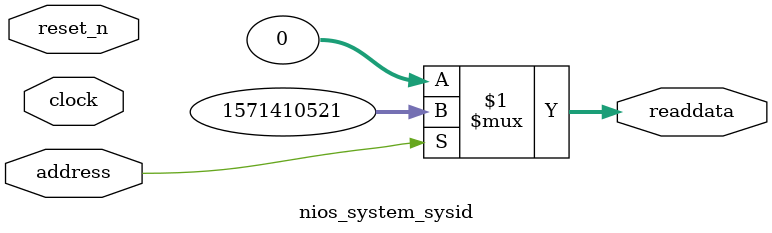
<source format=v>

`timescale 1ns / 1ps
// synthesis translate_on

// turn off superfluous verilog processor warnings 
// altera message_level Level1 
// altera message_off 10034 10035 10036 10037 10230 10240 10030 

module nios_system_sysid (
               // inputs:
                address,
                clock,
                reset_n,

               // outputs:
                readdata
             )
;

  output  [ 31: 0] readdata;
  input            address;
  input            clock;
  input            reset_n;

  wire    [ 31: 0] readdata;
  //control_slave, which is an e_avalon_slave
  assign readdata = address ? 1571410521 : 0;

endmodule




</source>
